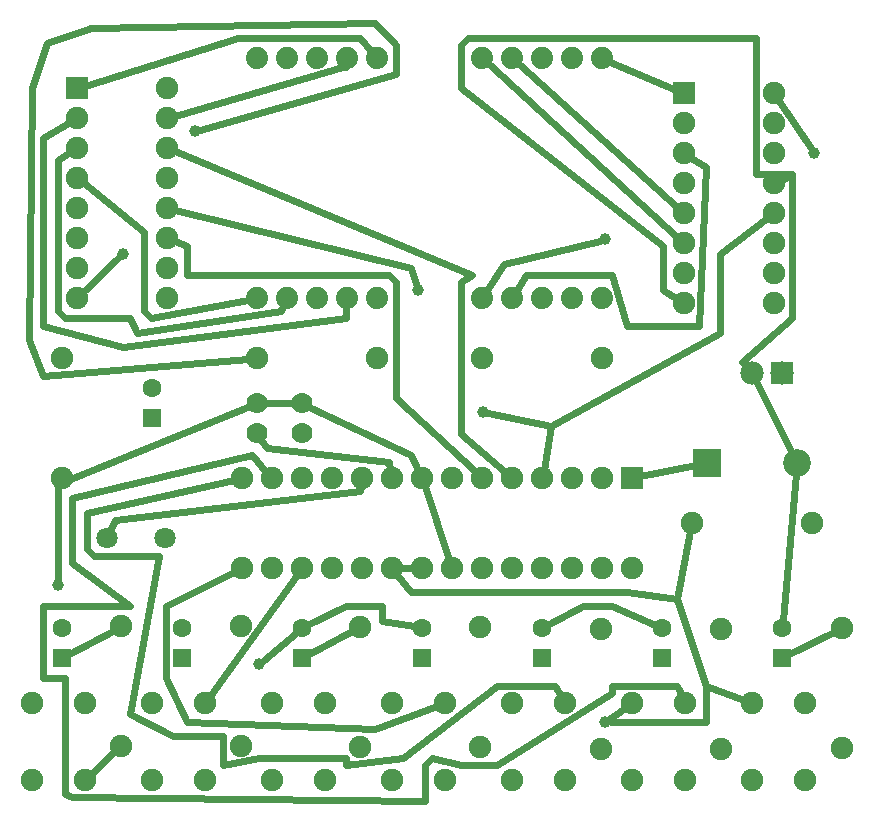
<source format=gbl>
G04 MADE WITH FRITZING*
G04 WWW.FRITZING.ORG*
G04 DOUBLE SIDED*
G04 HOLES PLATED*
G04 CONTOUR ON CENTER OF CONTOUR VECTOR*
%ASAXBY*%
%FSLAX23Y23*%
%MOIN*%
%OFA0B0*%
%SFA1.0B1.0*%
%ADD10C,0.075000*%
%ADD11C,0.070925*%
%ADD12C,0.070866*%
%ADD13C,0.070000*%
%ADD14C,0.092000*%
%ADD15C,0.062992*%
%ADD16C,0.078000*%
%ADD17C,0.039370*%
%ADD18C,0.074000*%
%ADD19R,0.075000X0.075000*%
%ADD20R,0.092000X0.092000*%
%ADD21R,0.062992X0.062992*%
%ADD22R,0.078000X0.078000*%
%ADD23C,0.024000*%
%LNCOPPER0*%
G90*
G70*
G54D10*
X2166Y1321D03*
X2166Y1021D03*
X2066Y1321D03*
X2066Y1021D03*
X1966Y1321D03*
X1966Y1021D03*
X1866Y1321D03*
X1866Y1021D03*
X1766Y1321D03*
X1766Y1021D03*
X1666Y1321D03*
X1666Y1021D03*
X1566Y1321D03*
X1566Y1021D03*
X1466Y1321D03*
X1466Y1021D03*
X1366Y1321D03*
X1366Y1021D03*
X1266Y1321D03*
X1266Y1021D03*
X1166Y1321D03*
X1166Y1021D03*
X1066Y1321D03*
X1066Y1021D03*
X966Y1321D03*
X966Y1021D03*
X866Y1321D03*
X866Y1021D03*
G54D11*
X609Y1121D03*
G54D12*
X416Y1121D03*
G54D13*
X916Y1571D03*
X916Y1471D03*
X1066Y1571D03*
X1066Y1471D03*
G54D10*
X2366Y1171D03*
X2766Y1171D03*
G54D14*
X2416Y1371D03*
X2716Y1371D03*
G54D15*
X566Y1522D03*
X566Y1621D03*
G54D10*
X266Y1321D03*
X266Y1721D03*
G54D16*
X2666Y1671D03*
X2566Y1671D03*
G54D17*
X2076Y2117D03*
X1452Y1949D03*
X1668Y1541D03*
X924Y701D03*
X252Y965D03*
X468Y2069D03*
X2076Y509D03*
X2772Y2405D03*
X708Y2477D03*
G54D10*
X2340Y2603D03*
X2640Y2603D03*
X2340Y2503D03*
X2640Y2503D03*
X2340Y2403D03*
X2640Y2403D03*
X2340Y2303D03*
X2640Y2303D03*
X2340Y2203D03*
X2640Y2203D03*
X2340Y2103D03*
X2640Y2103D03*
X2340Y2003D03*
X2640Y2003D03*
X2340Y1903D03*
X2640Y1903D03*
X316Y2621D03*
X616Y2621D03*
X316Y2521D03*
X616Y2521D03*
X316Y2421D03*
X616Y2421D03*
X316Y2321D03*
X616Y2321D03*
X316Y2221D03*
X616Y2221D03*
X316Y2121D03*
X616Y2121D03*
X316Y2021D03*
X616Y2021D03*
X316Y1921D03*
X616Y1921D03*
G54D18*
X2066Y2721D03*
X1966Y2721D03*
X1866Y2721D03*
X1766Y2721D03*
X1666Y2721D03*
X1666Y1921D03*
X1766Y1921D03*
X1866Y1921D03*
X1966Y1921D03*
X2066Y1921D03*
X1316Y2721D03*
X1216Y2721D03*
X1116Y2721D03*
X1016Y2721D03*
X916Y2721D03*
X916Y1921D03*
X1016Y1921D03*
X1116Y1921D03*
X1216Y1921D03*
X1316Y1921D03*
G54D10*
X1666Y1721D03*
X2066Y1721D03*
X916Y1721D03*
X1316Y1721D03*
X2566Y315D03*
X2566Y571D03*
X2743Y315D03*
X2743Y571D03*
X2166Y315D03*
X2166Y571D03*
X2343Y315D03*
X2343Y571D03*
X1766Y315D03*
X1766Y571D03*
X1943Y315D03*
X1943Y571D03*
X1366Y315D03*
X1366Y571D03*
X1543Y315D03*
X1543Y571D03*
X966Y315D03*
X966Y571D03*
X1143Y315D03*
X1143Y571D03*
X566Y315D03*
X566Y571D03*
X743Y315D03*
X743Y571D03*
X166Y315D03*
X166Y571D03*
X343Y315D03*
X343Y571D03*
X2866Y821D03*
X2866Y421D03*
X2461Y819D03*
X2461Y419D03*
X2061Y819D03*
X2061Y419D03*
X1660Y824D03*
X1660Y424D03*
X1259Y824D03*
X1259Y424D03*
X864Y829D03*
X864Y429D03*
X461Y826D03*
X461Y426D03*
G54D15*
X2666Y722D03*
X2666Y821D03*
X2266Y722D03*
X2266Y821D03*
X1866Y722D03*
X1866Y821D03*
X1466Y722D03*
X1466Y821D03*
X1066Y722D03*
X1066Y821D03*
X666Y722D03*
X666Y821D03*
X266Y722D03*
X266Y821D03*
G54D19*
X2166Y1321D03*
G54D20*
X2416Y1371D03*
G54D21*
X566Y1522D03*
G54D22*
X2666Y1671D03*
G54D19*
X2340Y2603D03*
X316Y2621D03*
G54D21*
X2666Y722D03*
X2266Y722D03*
X1866Y722D03*
X1466Y722D03*
X1066Y722D03*
X666Y722D03*
X266Y722D03*
G54D23*
X2094Y2709D02*
X2313Y2614D01*
D02*
X2840Y808D02*
X2690Y734D01*
D02*
X1090Y735D02*
X1234Y811D01*
D02*
X435Y812D02*
X289Y735D01*
D02*
X2194Y1326D02*
X2379Y1363D01*
D02*
X643Y2529D02*
X1212Y2693D01*
X1212Y2693D02*
X1212Y2690D01*
D02*
X343Y2629D02*
X852Y2789D01*
X852Y2789D02*
X1260Y2789D01*
X1260Y2789D02*
X1296Y2745D01*
D02*
X1789Y2700D02*
X2318Y2222D01*
D02*
X1360Y1349D02*
X1356Y1373D01*
X1356Y1373D02*
X948Y1421D01*
X948Y1421D02*
X930Y1449D01*
D02*
X427Y1145D02*
X444Y1181D01*
X444Y1181D02*
X1260Y1277D01*
X1260Y1277D02*
X1262Y1292D01*
D02*
X1049Y998D02*
X760Y594D01*
D02*
X2364Y2387D02*
X2412Y2357D01*
D02*
X2412Y2357D02*
X2388Y1829D01*
X2388Y1829D02*
X2148Y1829D01*
X2148Y1829D02*
X2100Y1997D01*
D02*
X2100Y1997D02*
X1812Y1997D01*
D02*
X1812Y1997D02*
X1782Y1947D01*
D02*
X1683Y1946D02*
X1740Y2033D01*
D02*
X1740Y2033D02*
X2058Y2112D01*
D02*
X1688Y2700D02*
X2318Y2122D01*
D02*
X338Y2303D02*
X540Y2141D01*
D02*
X540Y2141D02*
X540Y1877D01*
X540Y1877D02*
X564Y1853D01*
X564Y1853D02*
X886Y1915D01*
D02*
X292Y2406D02*
X252Y2381D01*
D02*
X252Y2381D02*
X252Y1877D01*
X252Y1877D02*
X276Y1853D01*
X276Y1853D02*
X492Y1853D01*
X492Y1853D02*
X516Y1805D01*
X516Y1805D02*
X996Y1877D01*
X996Y1877D02*
X1003Y1893D01*
D02*
X291Y2506D02*
X204Y2453D01*
D02*
X204Y2453D02*
X204Y1829D01*
X204Y1829D02*
X468Y1757D01*
X468Y1757D02*
X1212Y1853D01*
X1212Y1853D02*
X1214Y1890D01*
D02*
X364Y334D02*
X440Y406D01*
D02*
X840Y1008D02*
X612Y893D01*
X612Y893D02*
X612Y653D01*
X612Y653D02*
X684Y509D01*
X684Y509D02*
X1308Y485D01*
X1308Y485D02*
X1516Y561D01*
D02*
X1744Y1340D02*
X1596Y1469D01*
X1596Y1469D02*
X1596Y1973D01*
D02*
X1596Y1973D02*
X1632Y1997D01*
D02*
X1632Y1997D02*
X642Y2410D01*
D02*
X642Y2110D02*
X684Y2093D01*
D02*
X684Y2093D02*
X684Y1997D01*
D02*
X684Y1997D02*
X1356Y1997D01*
D02*
X1356Y1997D02*
X1380Y1973D01*
D02*
X1380Y1973D02*
X1380Y1589D01*
X1380Y1589D02*
X1645Y1340D01*
D02*
X2617Y2186D02*
X2460Y2069D01*
D02*
X2460Y2069D02*
X2460Y1805D01*
X2460Y1805D02*
X1896Y1493D01*
X1896Y1493D02*
X1871Y1349D01*
D02*
X644Y2214D02*
X1428Y2021D01*
D02*
X1428Y2021D02*
X1446Y1967D01*
D02*
X1687Y1537D02*
X1896Y1493D01*
D02*
X838Y1315D02*
X348Y1205D01*
X348Y1205D02*
X348Y1085D01*
X348Y1085D02*
X372Y1061D01*
X372Y1061D02*
X588Y1061D01*
X588Y1061D02*
X492Y533D01*
X492Y533D02*
X636Y461D01*
X636Y461D02*
X804Y461D01*
X804Y461D02*
X804Y365D01*
X804Y365D02*
X924Y389D01*
X924Y389D02*
X1212Y389D01*
X1212Y389D02*
X1212Y365D01*
X1212Y365D02*
X1404Y389D01*
X1404Y389D02*
X1716Y629D01*
X1716Y629D02*
X1908Y629D01*
X1908Y629D02*
X1928Y595D01*
D02*
X947Y1342D02*
X900Y1397D01*
X900Y1397D02*
X300Y1253D01*
X300Y1253D02*
X300Y1037D01*
X300Y1037D02*
X492Y893D01*
X492Y893D02*
X204Y893D01*
X204Y893D02*
X204Y653D01*
X204Y653D02*
X276Y653D01*
X276Y653D02*
X276Y269D01*
X276Y269D02*
X300Y257D01*
X300Y257D02*
X1476Y245D01*
X1476Y245D02*
X1476Y365D01*
X1476Y365D02*
X1500Y389D01*
X1500Y389D02*
X1596Y365D01*
X1596Y365D02*
X1716Y365D01*
X1716Y365D02*
X2100Y605D01*
X2100Y605D02*
X2100Y629D01*
X2100Y629D02*
X2316Y629D01*
X2316Y629D02*
X2331Y597D01*
D02*
X942Y1571D02*
X1040Y1571D01*
D02*
X1453Y1346D02*
X1428Y1397D01*
X1428Y1397D02*
X1089Y1559D01*
D02*
X1557Y1048D02*
X1475Y1294D01*
D02*
X2241Y831D02*
X2100Y893D01*
X2100Y893D02*
X2004Y893D01*
X2004Y893D02*
X1890Y833D01*
D02*
X1090Y833D02*
X1212Y893D01*
X1212Y893D02*
X1332Y893D01*
X1332Y893D02*
X1332Y845D01*
X1332Y845D02*
X1439Y826D01*
D02*
X938Y713D02*
X1045Y803D01*
D02*
X252Y984D02*
X252Y1301D01*
X252Y1301D02*
X892Y1561D01*
D02*
X250Y1297D02*
X252Y1301D01*
D02*
X2712Y1334D02*
X2668Y848D01*
D02*
X2579Y1644D02*
X2699Y1404D01*
D02*
X2315Y1918D02*
X2268Y1949D01*
X2268Y1949D02*
X2268Y2093D01*
D02*
X2268Y2093D02*
X1596Y2621D01*
D02*
X1596Y2621D02*
X1596Y2765D01*
X1596Y2765D02*
X1620Y2789D01*
X1620Y2789D02*
X2580Y2789D01*
X2580Y2789D02*
X2580Y2333D01*
D02*
X2580Y2333D02*
X2700Y2333D01*
D02*
X2700Y2333D02*
X2700Y1853D01*
X2700Y1853D02*
X2532Y1709D01*
X2532Y1709D02*
X2546Y1693D01*
D02*
X2665Y2315D02*
X2700Y2333D01*
D02*
X454Y2055D02*
X336Y1941D01*
D02*
X1437Y1021D02*
X1394Y1021D01*
D02*
X2095Y509D02*
X2412Y509D01*
X2412Y509D02*
X2412Y629D01*
X2412Y629D02*
X2316Y917D01*
X2316Y917D02*
X2148Y941D01*
X2148Y941D02*
X1428Y941D01*
X1428Y941D02*
X1383Y998D01*
D02*
X2142Y554D02*
X2076Y509D01*
D02*
X2539Y581D02*
X2412Y629D01*
D02*
X2360Y1143D02*
X2316Y917D01*
D02*
X2655Y2579D02*
X2761Y2420D01*
D02*
X726Y2482D02*
X1380Y2669D01*
D02*
X1380Y2669D02*
X1380Y2765D01*
X1380Y2765D02*
X1308Y2837D01*
D02*
X364Y2821D02*
X215Y2771D01*
D02*
X1308Y2837D02*
X364Y2821D01*
D02*
X165Y2622D02*
X156Y1781D01*
D02*
X215Y2771D02*
X165Y2622D01*
D02*
X156Y1781D02*
X204Y1661D01*
X204Y1661D02*
X887Y1718D01*
G04 End of Copper0*
M02*
</source>
